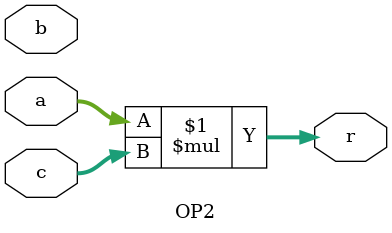
<source format=v>
module OP2(

input [7:0]a,b,c,
output [15:0]r

);

assign r = a*c;

endmodule


</source>
